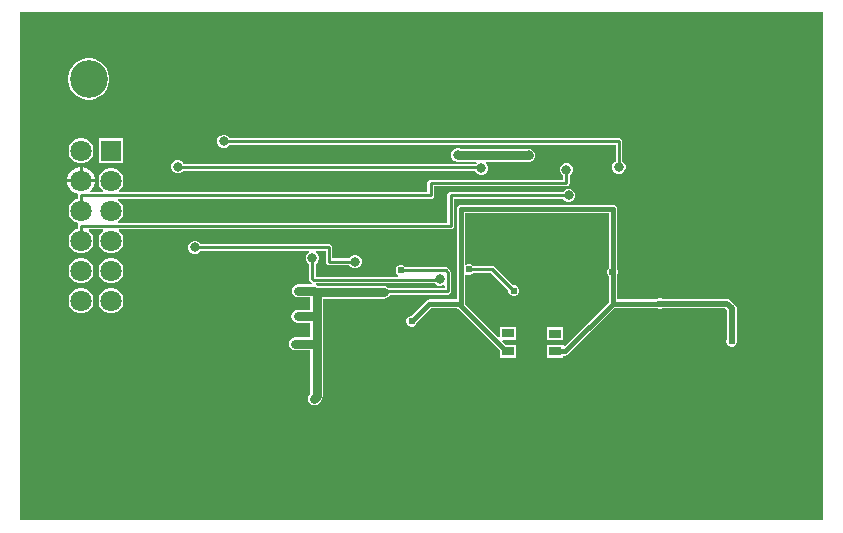
<source format=gbl>
G04*
G04 #@! TF.GenerationSoftware,Altium Limited,Altium Designer,24.5.2 (23)*
G04*
G04 Layer_Physical_Order=2*
G04 Layer_Color=16711680*
%FSLAX25Y25*%
%MOIN*%
G70*
G04*
G04 #@! TF.SameCoordinates,D8E2250F-7F27-460B-B064-3203462A9BAC*
G04*
G04*
G04 #@! TF.FilePolarity,Positive*
G04*
G01*
G75*
%ADD12C,0.01000*%
%ADD14C,0.02000*%
%ADD25R,0.04331X0.03150*%
%ADD27R,0.07000X0.16000*%
%ADD44C,0.03200*%
%ADD48C,0.01500*%
%ADD49C,0.03000*%
%ADD51C,0.12598*%
%ADD52R,0.07087X0.07087*%
%ADD53C,0.07087*%
%ADD54C,0.02400*%
%ADD55C,0.02402*%
G36*
X271654Y3937D02*
X3937D01*
Y173228D01*
X271654D01*
Y3937D01*
D02*
G37*
%LPC*%
G36*
X27451Y157884D02*
X26092D01*
X24759Y157618D01*
X23504Y157098D01*
X22374Y156343D01*
X21413Y155382D01*
X20658Y154252D01*
X20138Y152997D01*
X19872Y151664D01*
Y150305D01*
X20138Y148972D01*
X20658Y147716D01*
X21413Y146586D01*
X22374Y145625D01*
X23504Y144870D01*
X24759Y144350D01*
X26092Y144085D01*
X27451D01*
X28784Y144350D01*
X30040Y144870D01*
X31170Y145625D01*
X32131Y146586D01*
X32886Y147716D01*
X33406Y148972D01*
X33671Y150305D01*
Y151664D01*
X33406Y152997D01*
X32886Y154252D01*
X32131Y155382D01*
X31170Y156343D01*
X30040Y157098D01*
X28784Y157618D01*
X27451Y157884D01*
D02*
G37*
G36*
X38395Y131269D02*
X30109D01*
Y122983D01*
X38395D01*
Y131269D01*
D02*
G37*
G36*
X24798D02*
X23707D01*
X22653Y130987D01*
X21708Y130441D01*
X20936Y129670D01*
X20391Y128725D01*
X20109Y127672D01*
Y126581D01*
X20391Y125527D01*
X20936Y124582D01*
X21708Y123811D01*
X22653Y123265D01*
X23707Y122983D01*
X24798D01*
X25851Y123265D01*
X26796Y123811D01*
X27567Y124582D01*
X28113Y125527D01*
X28395Y126581D01*
Y127672D01*
X28113Y128725D01*
X27567Y129670D01*
X26796Y130441D01*
X25851Y130987D01*
X24798Y131269D01*
D02*
G37*
G36*
X150321Y127924D02*
X149446D01*
X148637Y127589D01*
X148019Y126970D01*
X147684Y126162D01*
Y125286D01*
X148019Y124478D01*
X148637Y123859D01*
X149096Y123669D01*
X149181Y123612D01*
X149281Y123592D01*
X149446Y123524D01*
X149625D01*
X150000Y123449D01*
X155900D01*
X156110Y122975D01*
X155875Y122677D01*
X58535D01*
X58361Y123097D01*
X57742Y123715D01*
X56934Y124050D01*
X56059D01*
X55250Y123715D01*
X54631Y123097D01*
X54296Y122288D01*
Y121413D01*
X54631Y120604D01*
X55250Y119985D01*
X56059Y119650D01*
X56934D01*
X57742Y119985D01*
X58191Y120434D01*
X155638D01*
X155812Y120014D01*
X156431Y119395D01*
X157240Y119060D01*
X158115D01*
X158923Y119395D01*
X159542Y120014D01*
X159877Y120822D01*
Y121697D01*
X159542Y122506D01*
X159099Y122949D01*
X159306Y123449D01*
X172845D01*
X172988Y123391D01*
X173863D01*
X174671Y123725D01*
X175290Y124344D01*
X175625Y125153D01*
Y126028D01*
X175290Y126837D01*
X174671Y127456D01*
X173863Y127791D01*
X172988D01*
X172845Y127732D01*
X150786D01*
X150321Y127924D01*
D02*
G37*
G36*
X72288Y132515D02*
X71413D01*
X70604Y132180D01*
X69985Y131561D01*
X69650Y130753D01*
Y129877D01*
X69985Y129069D01*
X70604Y128450D01*
X71413Y128115D01*
X72288D01*
X73097Y128450D01*
X73716Y129069D01*
X73767Y129193D01*
X202422D01*
Y123570D01*
X202297Y123519D01*
X201678Y122900D01*
X201343Y122091D01*
Y121216D01*
X201678Y120407D01*
X202297Y119789D01*
X203106Y119454D01*
X203981D01*
X204789Y119789D01*
X205408Y120407D01*
X205743Y121216D01*
Y122091D01*
X205408Y122900D01*
X204789Y123519D01*
X204665Y123570D01*
Y130315D01*
X204579Y130744D01*
X204336Y131108D01*
X203973Y131351D01*
X203543Y131437D01*
X73767D01*
X73716Y131561D01*
X73097Y132180D01*
X72288Y132515D01*
D02*
G37*
G36*
X24850Y121669D02*
X24752D01*
Y117626D01*
X28795D01*
Y117724D01*
X28486Y118880D01*
X27887Y119916D01*
X27042Y120762D01*
X26006Y121360D01*
X24850Y121669D01*
D02*
G37*
G36*
X23752D02*
X23654D01*
X22498Y121360D01*
X21462Y120762D01*
X20616Y119916D01*
X20018Y118880D01*
X19709Y117724D01*
Y117626D01*
X23752D01*
Y121669D01*
D02*
G37*
G36*
X186461Y123066D02*
X185586D01*
X184777Y122731D01*
X184159Y122112D01*
X183824Y121304D01*
Y120429D01*
X184159Y119620D01*
X184777Y119001D01*
X184902Y118949D01*
Y117460D01*
X140748D01*
X140319Y117375D01*
X139955Y117132D01*
X139712Y116768D01*
X139627Y116339D01*
Y113326D01*
X36923D01*
X36816Y113725D01*
X36812Y113826D01*
X37567Y114582D01*
X38113Y115527D01*
X38395Y116580D01*
Y117672D01*
X38113Y118725D01*
X37567Y119670D01*
X36796Y120441D01*
X35851Y120987D01*
X34797Y121269D01*
X33707D01*
X32653Y120987D01*
X31708Y120441D01*
X30937Y119670D01*
X30391Y118725D01*
X30109Y117672D01*
Y116580D01*
X30391Y115527D01*
X30937Y114582D01*
X31692Y113826D01*
X31688Y113725D01*
X31581Y113326D01*
X27585D01*
X27377Y113826D01*
X27887Y114336D01*
X28486Y115372D01*
X28795Y116528D01*
Y116626D01*
X19709D01*
Y116528D01*
X20018Y115372D01*
X20616Y114336D01*
X21462Y113490D01*
X22498Y112892D01*
X23188Y112707D01*
X23216Y112634D01*
X23130Y112205D01*
Y111115D01*
X22653Y110987D01*
X21708Y110442D01*
X20936Y109670D01*
X20391Y108725D01*
X20109Y107671D01*
Y106580D01*
X20391Y105527D01*
X20936Y104582D01*
X21708Y103811D01*
X22653Y103265D01*
X23137Y103135D01*
X23152Y103120D01*
X23315Y102570D01*
X23216Y102421D01*
X23130Y101992D01*
Y101115D01*
X22653Y100987D01*
X21708Y100441D01*
X20936Y99670D01*
X20391Y98725D01*
X20109Y97672D01*
Y96580D01*
X20391Y95527D01*
X20936Y94582D01*
X21708Y93810D01*
X22653Y93265D01*
X23707Y92983D01*
X24798D01*
X25851Y93265D01*
X26796Y93810D01*
X27567Y94582D01*
X28113Y95527D01*
X28395Y96580D01*
Y97672D01*
X28113Y98725D01*
X27567Y99670D01*
X26867Y100370D01*
X26968Y100870D01*
X31536D01*
X31637Y100370D01*
X30937Y99670D01*
X30391Y98725D01*
X30109Y97672D01*
Y96580D01*
X30391Y95527D01*
X30937Y94582D01*
X31708Y93810D01*
X32653Y93265D01*
X33707Y92983D01*
X34797D01*
X35851Y93265D01*
X36796Y93810D01*
X37567Y94582D01*
X38113Y95527D01*
X38395Y96580D01*
Y97672D01*
X38113Y98725D01*
X37567Y99670D01*
X36867Y100370D01*
X36968Y100870D01*
X147441D01*
X147870Y100955D01*
X148234Y101199D01*
X148477Y101562D01*
X148563Y101992D01*
Y111083D01*
X184894D01*
X184946Y110959D01*
X185565Y110340D01*
X186373Y110005D01*
X187249D01*
X188057Y110340D01*
X188676Y110959D01*
X189011Y111767D01*
Y112642D01*
X188676Y113451D01*
X188057Y114070D01*
X187249Y114405D01*
X186373D01*
X185565Y114070D01*
X184946Y113451D01*
X184894Y113326D01*
X147441D01*
X147012Y113241D01*
X146648Y112998D01*
X146405Y112634D01*
X146319Y112205D01*
Y103113D01*
X36588D01*
X36454Y103613D01*
X36796Y103811D01*
X37567Y104582D01*
X38113Y105527D01*
X38395Y106580D01*
Y107671D01*
X38113Y108725D01*
X37567Y109670D01*
X36796Y110442D01*
X36551Y110583D01*
X36685Y111083D01*
X140748D01*
X141177Y111169D01*
X141541Y111412D01*
X141784Y111776D01*
X141870Y112205D01*
Y115217D01*
X186024D01*
X186453Y115302D01*
X186817Y115545D01*
X187060Y115909D01*
X187145Y116339D01*
Y118949D01*
X187270Y119001D01*
X187889Y119620D01*
X188224Y120429D01*
Y121304D01*
X187889Y122112D01*
X187270Y122731D01*
X186461Y123066D01*
D02*
G37*
G36*
X62642Y97082D02*
X61767D01*
X60958Y96747D01*
X60340Y96128D01*
X60005Y95319D01*
Y94444D01*
X60340Y93636D01*
X60958Y93017D01*
X61767Y92682D01*
X62642D01*
X63451Y93017D01*
X64070Y93636D01*
X64121Y93760D01*
X100169D01*
X100269Y93260D01*
X100132Y93204D01*
X99513Y92585D01*
X99178Y91776D01*
Y90901D01*
X99513Y90092D01*
X100132Y89473D01*
X100256Y89422D01*
Y84524D01*
X100256Y84524D01*
X100342Y84095D01*
X100585Y83731D01*
X101054Y83262D01*
X101054Y83262D01*
X101217Y83153D01*
X101065Y82653D01*
X96653D01*
X95834Y82490D01*
X95139Y82026D01*
X94675Y81331D01*
X94512Y80512D01*
X94675Y79692D01*
X95139Y78998D01*
X95834Y78534D01*
X96653Y78371D01*
X100615D01*
Y74046D01*
X96457D01*
X95637Y73883D01*
X94943Y73418D01*
X94478Y72724D01*
X94315Y71904D01*
X94478Y71085D01*
X94943Y70390D01*
X95637Y69926D01*
X96457Y69763D01*
X100615D01*
Y64936D01*
X95669D01*
X94850Y64773D01*
X94155Y64309D01*
X93691Y63615D01*
X93528Y62795D01*
X93691Y61976D01*
X94155Y61281D01*
X94850Y60817D01*
X95669Y60654D01*
X100615D01*
Y46163D01*
X100454Y46002D01*
X99990Y45308D01*
X99827Y44488D01*
X99990Y43669D01*
X100454Y42974D01*
X101149Y42510D01*
X101969Y42347D01*
X102788Y42510D01*
X103482Y42974D01*
X104270Y43762D01*
X104734Y44456D01*
X104897Y45276D01*
Y62598D01*
Y71850D01*
Y77780D01*
X125197D01*
X126016Y77943D01*
X126711Y78407D01*
X127175Y79102D01*
X127193Y79193D01*
X146457D01*
X146457Y79193D01*
X146886Y79279D01*
X147250Y79522D01*
X147391Y79663D01*
X147391Y79663D01*
X147634Y80027D01*
X147719Y80456D01*
Y86398D01*
X147634Y86827D01*
X147391Y87191D01*
X147391Y87191D01*
X146584Y87998D01*
X146220Y88241D01*
X145791Y88326D01*
X145791Y88326D01*
X132329D01*
X131925Y88731D01*
X131264Y89005D01*
X130547D01*
X129886Y88731D01*
X129379Y88224D01*
X129105Y87563D01*
Y86847D01*
X129379Y86185D01*
X129886Y85679D01*
X129891Y85677D01*
X129791Y85177D01*
X102499D01*
Y89422D01*
X102624Y89473D01*
X103243Y90092D01*
X103578Y90901D01*
Y91776D01*
X103243Y92585D01*
X102624Y93204D01*
X102487Y93260D01*
X102587Y93760D01*
X105768D01*
Y90158D01*
X105854Y89728D01*
X106097Y89364D01*
X106461Y89121D01*
X106890Y89036D01*
X113635D01*
X113686Y88911D01*
X114305Y88292D01*
X115114Y87958D01*
X115989D01*
X116797Y88292D01*
X117416Y88911D01*
X117751Y89720D01*
Y90595D01*
X117416Y91404D01*
X116797Y92023D01*
X115989Y92357D01*
X115114D01*
X114305Y92023D01*
X113686Y91404D01*
X113635Y91279D01*
X108011D01*
Y94882D01*
X107926Y95311D01*
X107683Y95675D01*
X107319Y95918D01*
X106890Y96003D01*
X64121D01*
X64070Y96128D01*
X63451Y96747D01*
X62642Y97082D01*
D02*
G37*
G36*
X34797Y91269D02*
X33707D01*
X32653Y90987D01*
X31708Y90441D01*
X30937Y89670D01*
X30391Y88725D01*
X30109Y87672D01*
Y86580D01*
X30391Y85527D01*
X30937Y84582D01*
X31708Y83811D01*
X32653Y83265D01*
X33707Y82983D01*
X34797D01*
X35851Y83265D01*
X36796Y83811D01*
X37567Y84582D01*
X38113Y85527D01*
X38395Y86580D01*
Y87672D01*
X38113Y88725D01*
X37567Y89670D01*
X36796Y90441D01*
X35851Y90987D01*
X34797Y91269D01*
D02*
G37*
G36*
X24798D02*
X23707D01*
X22653Y90987D01*
X21708Y90441D01*
X20936Y89670D01*
X20391Y88725D01*
X20109Y87672D01*
Y86580D01*
X20391Y85527D01*
X20936Y84582D01*
X21708Y83811D01*
X22653Y83265D01*
X23707Y82983D01*
X24798D01*
X25851Y83265D01*
X26796Y83811D01*
X27567Y84582D01*
X28113Y85527D01*
X28395Y86580D01*
Y87672D01*
X28113Y88725D01*
X27567Y89670D01*
X26796Y90441D01*
X25851Y90987D01*
X24798Y91269D01*
D02*
G37*
G36*
X34797Y81269D02*
X33707D01*
X32653Y80987D01*
X31708Y80441D01*
X30937Y79670D01*
X30391Y78725D01*
X30109Y77671D01*
Y76581D01*
X30391Y75527D01*
X30937Y74582D01*
X31708Y73810D01*
X32653Y73265D01*
X33707Y72983D01*
X34797D01*
X35851Y73265D01*
X36796Y73810D01*
X37567Y74582D01*
X38113Y75527D01*
X38395Y76581D01*
Y77671D01*
X38113Y78725D01*
X37567Y79670D01*
X36796Y80441D01*
X35851Y80987D01*
X34797Y81269D01*
D02*
G37*
G36*
X24798D02*
X23707D01*
X22653Y80987D01*
X21708Y80441D01*
X20936Y79670D01*
X20391Y78725D01*
X20109Y77671D01*
Y76581D01*
X20391Y75527D01*
X20936Y74582D01*
X21708Y73810D01*
X22653Y73265D01*
X23707Y72983D01*
X24798D01*
X25851Y73265D01*
X26796Y73810D01*
X27567Y74582D01*
X28113Y75527D01*
X28395Y76581D01*
Y77671D01*
X28113Y78725D01*
X27567Y79670D01*
X26796Y80441D01*
X25851Y80987D01*
X24798Y81269D01*
D02*
G37*
G36*
X185049Y68317D02*
X179518D01*
Y63967D01*
X185049D01*
Y68317D01*
D02*
G37*
G36*
X201575Y109054D02*
X150787D01*
X150261Y108949D01*
X149814Y108651D01*
X149516Y108204D01*
X149411Y107677D01*
Y77558D01*
X140354D01*
X139828Y77453D01*
X139381Y77154D01*
X134302Y72076D01*
X134091D01*
X133429Y71802D01*
X132923Y71295D01*
X132649Y70634D01*
Y69918D01*
X132923Y69256D01*
X133429Y68750D01*
X134091Y68476D01*
X134807D01*
X135468Y68750D01*
X135975Y69256D01*
X136249Y69918D01*
Y70129D01*
X140925Y74805D01*
X149626D01*
X149814Y74523D01*
X163766Y60571D01*
Y58168D01*
X169297D01*
Y62517D01*
X165713D01*
X164619Y63611D01*
X164810Y64073D01*
X169297D01*
Y68423D01*
X163766D01*
Y65117D01*
X163304Y64926D01*
X152164Y76066D01*
Y85779D01*
X152664Y86014D01*
X153185Y85798D01*
X153901D01*
X154563Y86072D01*
X154967Y86477D01*
X160922D01*
X166704Y80695D01*
Y80124D01*
X166978Y79462D01*
X167484Y78956D01*
X168146Y78681D01*
X168862D01*
X169524Y78956D01*
X170030Y79462D01*
X170304Y80124D01*
Y80840D01*
X170030Y81501D01*
X169524Y82007D01*
X168862Y82282D01*
X168290D01*
X162180Y88392D01*
X161816Y88635D01*
X161387Y88720D01*
X161387Y88720D01*
X154967D01*
X154563Y89124D01*
X153901Y89398D01*
X153185D01*
X152664Y89182D01*
X152164Y89418D01*
Y106301D01*
X200198D01*
Y88172D01*
X199852Y87826D01*
X199578Y87164D01*
Y86448D01*
X199852Y85786D01*
X200198Y85440D01*
Y76751D01*
X185549Y62102D01*
X185049Y62309D01*
Y62411D01*
X179518D01*
Y58061D01*
X185049D01*
Y58860D01*
X185630D01*
X186157Y58965D01*
X186603Y59263D01*
X202145Y74805D01*
X216154D01*
X216303Y74655D01*
X216965Y74381D01*
X217681D01*
X218088Y74550D01*
X238891D01*
X239510Y73931D01*
Y64348D01*
X239342Y63941D01*
Y63225D01*
X239616Y62563D01*
X240122Y62057D01*
X240784Y61783D01*
X241500D01*
X242161Y62057D01*
X242668Y62563D01*
X242942Y63225D01*
Y63941D01*
X242773Y64348D01*
Y74606D01*
X242649Y75231D01*
X242295Y75760D01*
X240721Y77335D01*
X240191Y77688D01*
X239567Y77812D01*
X218088D01*
X217681Y77981D01*
X216965D01*
X216303Y77707D01*
X216154Y77558D01*
X202951D01*
Y85901D01*
X203178Y86448D01*
Y87164D01*
X202951Y87712D01*
Y107677D01*
X202847Y108204D01*
X202548Y108651D01*
X202101Y108949D01*
X201575Y109054D01*
D02*
G37*
%LPD*%
G36*
X142651Y82387D02*
X143460Y82052D01*
X144335D01*
X144976Y82317D01*
X145476Y82066D01*
Y81437D01*
X126709D01*
X126016Y81899D01*
X125197Y82062D01*
X103161D01*
X102605Y82434D01*
X102647Y82823D01*
X102688Y82934D01*
X142105D01*
X142651Y82387D01*
D02*
G37*
D12*
X153543Y87598D02*
X161387D01*
X168504Y80481D01*
X125197Y79921D02*
X125591Y80315D01*
X146598Y80456D02*
Y86398D01*
X125591Y80315D02*
X146457D01*
X146598Y80456D01*
X101847Y84055D02*
X143701D01*
X145791Y87205D02*
X146598Y86398D01*
X101378Y84524D02*
Y91339D01*
Y84524D02*
X101847Y84055D01*
X130905Y87205D02*
X145791D01*
X106890Y90158D02*
Y94882D01*
Y90158D02*
X115551D01*
X62205Y94882D02*
Y95079D01*
Y94882D02*
X106890D01*
X71850Y130315D02*
X203543D01*
Y121653D02*
Y130315D01*
X186024Y116339D02*
Y120866D01*
X140748Y116339D02*
X186024D01*
X140748Y112205D02*
Y116339D01*
X24252Y112205D02*
X140748D01*
X147441D02*
X186811D01*
X147441Y101992D02*
Y112205D01*
X186811D02*
Y112283D01*
X24252Y107126D02*
Y112205D01*
Y101992D02*
X147441D01*
X24252Y97126D02*
Y101992D01*
X56496Y121850D02*
X56791Y121555D01*
X157382D01*
X157677Y121260D01*
D14*
X241142Y63583D02*
Y74606D01*
X239567Y76181D02*
X241142Y74606D01*
X217323Y76181D02*
X239567D01*
D25*
X166532Y60343D02*
D03*
Y66248D02*
D03*
X182283Y66142D02*
D03*
Y60236D02*
D03*
D27*
X208032Y12795D02*
D03*
X188031D02*
D03*
X140787Y12598D02*
D03*
X160787D02*
D03*
D44*
X143898Y84252D02*
D03*
X115551Y90158D02*
D03*
X71850Y130315D02*
D03*
X203543Y121653D02*
D03*
X186024Y120866D02*
D03*
X56496Y121850D02*
D03*
X157677Y121260D02*
D03*
X186811Y112205D02*
D03*
X101378Y91339D02*
D03*
X149884Y125724D02*
D03*
X173425Y125591D02*
D03*
X62205Y94882D02*
D03*
D48*
X185630Y60236D02*
X201575Y76181D01*
X182283Y60236D02*
X185630D01*
X201575Y76181D02*
X217323D01*
X201575D02*
Y86806D01*
Y107677D01*
X165941Y60343D02*
X166532D01*
X150787Y75496D02*
X165941Y60343D01*
X150787Y75496D02*
Y76181D01*
X140354D02*
X150787D01*
Y107677D01*
X201575D01*
X134449Y70276D02*
X140354Y76181D01*
D49*
X102756Y45276D02*
Y62598D01*
X101969Y44488D02*
X102756Y45276D01*
X102292Y79921D02*
X102756Y79457D01*
X102292Y79921D02*
X125197D01*
X101701Y80512D02*
X102292Y79921D01*
X102756Y71850D02*
Y79457D01*
X96653Y80512D02*
X101701D01*
X102756Y62598D02*
Y71850D01*
X95669Y62795D02*
X102559D01*
X102756Y62598D01*
X102702Y71904D02*
X102756Y71850D01*
X96457Y71904D02*
X102702D01*
X150000Y125591D02*
X173425D01*
D51*
X250787Y157677D02*
D03*
X26772Y150984D02*
D03*
X20866Y20079D02*
D03*
X251772Y20472D02*
D03*
D52*
X34252Y127126D02*
D03*
D53*
Y87126D02*
D03*
Y97126D02*
D03*
Y107126D02*
D03*
Y117126D02*
D03*
X24252Y87126D02*
D03*
Y97126D02*
D03*
Y107126D02*
D03*
Y117126D02*
D03*
Y127126D02*
D03*
X34252Y77126D02*
D03*
X24252D02*
D03*
D54*
X157984Y80512D02*
D03*
X162992Y81102D02*
D03*
X153543Y78347D02*
D03*
Y87598D02*
D03*
X168504Y80481D02*
D03*
X168307Y74410D02*
D03*
X261221Y43307D02*
D03*
Y52559D02*
D03*
Y63583D02*
D03*
X219882Y33661D02*
D03*
Y43701D02*
D03*
Y53543D02*
D03*
X167409Y93555D02*
D03*
X172409D02*
D03*
X167409Y89055D02*
D03*
X172409D02*
D03*
X177409D02*
D03*
Y98055D02*
D03*
X172409D02*
D03*
X177409Y93555D02*
D03*
X167409Y98055D02*
D03*
X174409Y9055D02*
D03*
Y14055D02*
D03*
Y19055D02*
D03*
Y24055D02*
D03*
Y29055D02*
D03*
Y34055D02*
D03*
Y39055D02*
D03*
Y44055D02*
D03*
Y49055D02*
D03*
Y54055D02*
D03*
Y59055D02*
D03*
Y64055D02*
D03*
Y69055D02*
D03*
X184031Y149295D02*
D03*
Y158795D02*
D03*
X44032Y15295D02*
D03*
X106032Y25295D02*
D03*
X73032Y62795D02*
D03*
Y71795D02*
D03*
Y80295D02*
D03*
Y90795D02*
D03*
X75532Y127295D02*
D03*
X228031Y94295D02*
D03*
Y105295D02*
D03*
Y114795D02*
D03*
Y125295D02*
D03*
Y134295D02*
D03*
Y143795D02*
D03*
X193032Y71795D02*
D03*
X189032Y74295D02*
D03*
X184031D02*
D03*
X179032Y74795D02*
D03*
X183031Y80795D02*
D03*
X188031D02*
D03*
X193032Y79795D02*
D03*
X197031Y77295D02*
D03*
X194532Y62795D02*
D03*
X154484Y67598D02*
D03*
X166535Y66142D02*
D03*
X204031Y12795D02*
D03*
Y17795D02*
D03*
Y22795D02*
D03*
X202031Y27795D02*
D03*
X201532Y32795D02*
D03*
X203031Y47795D02*
D03*
X201532Y37795D02*
D03*
X203031Y52795D02*
D03*
X201532Y57795D02*
D03*
X204031Y7795D02*
D03*
X202031Y42795D02*
D03*
X201532Y62795D02*
D03*
X194032Y42795D02*
D03*
X192032Y7795D02*
D03*
X194532Y57795D02*
D03*
X193032Y52795D02*
D03*
X194532Y37795D02*
D03*
X192835Y47795D02*
D03*
X194532Y32795D02*
D03*
X194032Y27795D02*
D03*
X192032Y22795D02*
D03*
Y17795D02*
D03*
Y12795D02*
D03*
X162795Y74016D02*
D03*
X158071Y73032D02*
D03*
X156984Y12598D02*
D03*
Y17598D02*
D03*
Y22598D02*
D03*
X154984Y27598D02*
D03*
X154784Y32598D02*
D03*
X155984Y47598D02*
D03*
X154784Y37598D02*
D03*
X155984Y52598D02*
D03*
X154484Y57598D02*
D03*
X156984Y7598D02*
D03*
X154984Y42598D02*
D03*
X154484Y62598D02*
D03*
X147484D02*
D03*
X146787Y42598D02*
D03*
X165484Y6098D02*
D03*
X144984Y7598D02*
D03*
X147484Y57598D02*
D03*
X145984Y52598D02*
D03*
X147184Y37598D02*
D03*
X145984Y47598D02*
D03*
X147184Y32598D02*
D03*
X146984Y27598D02*
D03*
X144984Y22598D02*
D03*
Y17598D02*
D03*
Y12598D02*
D03*
X265905Y10905D02*
D03*
Y15905D02*
D03*
Y20906D02*
D03*
Y25905D02*
D03*
Y30906D02*
D03*
Y35906D02*
D03*
Y40905D02*
D03*
Y45906D02*
D03*
Y50906D02*
D03*
Y55905D02*
D03*
Y60905D02*
D03*
Y65905D02*
D03*
Y70906D02*
D03*
Y75906D02*
D03*
Y80905D02*
D03*
Y85905D02*
D03*
Y90905D02*
D03*
Y95906D02*
D03*
Y105905D02*
D03*
Y100906D02*
D03*
Y110906D02*
D03*
Y115905D02*
D03*
Y120905D02*
D03*
Y125906D02*
D03*
Y130905D02*
D03*
Y135906D02*
D03*
Y140905D02*
D03*
Y145905D02*
D03*
Y150906D02*
D03*
Y155905D02*
D03*
Y160906D02*
D03*
Y165905D02*
D03*
X210906Y5906D02*
D03*
X180905D02*
D03*
X185906D02*
D03*
X160906D02*
D03*
X140905D02*
D03*
X135906D02*
D03*
X265905Y170905D02*
D03*
X260906D02*
D03*
X255906D02*
D03*
X250905D02*
D03*
X245905D02*
D03*
X240905D02*
D03*
X235906D02*
D03*
X230906D02*
D03*
X225905D02*
D03*
X220905D02*
D03*
X215905D02*
D03*
X210906D02*
D03*
X205906D02*
D03*
X200905D02*
D03*
X190905D02*
D03*
X195905D02*
D03*
X185906D02*
D03*
X180905D02*
D03*
X170905D02*
D03*
X175906D02*
D03*
X165905D02*
D03*
X160906D02*
D03*
X155905D02*
D03*
X145905D02*
D03*
X150906D02*
D03*
X140905D02*
D03*
X135906D02*
D03*
X130905D02*
D03*
X125906D02*
D03*
X115905D02*
D03*
X120905D02*
D03*
X110906D02*
D03*
X105905D02*
D03*
X100906D02*
D03*
X95906D02*
D03*
X90905D02*
D03*
X85905D02*
D03*
X80905D02*
D03*
X75906D02*
D03*
X70906D02*
D03*
X65905D02*
D03*
X60905D02*
D03*
X55905D02*
D03*
X50906D02*
D03*
X40905D02*
D03*
X45906D02*
D03*
X35906D02*
D03*
X30906D02*
D03*
X25905D02*
D03*
X20906D02*
D03*
X15905D02*
D03*
X10905D02*
D03*
X5906D02*
D03*
Y165905D02*
D03*
Y160906D02*
D03*
Y155905D02*
D03*
Y150906D02*
D03*
Y145905D02*
D03*
Y140905D02*
D03*
Y135906D02*
D03*
Y130905D02*
D03*
Y125906D02*
D03*
Y120905D02*
D03*
Y115905D02*
D03*
Y110906D02*
D03*
Y105905D02*
D03*
Y100906D02*
D03*
Y95906D02*
D03*
Y90905D02*
D03*
Y85905D02*
D03*
Y80905D02*
D03*
Y75906D02*
D03*
Y70906D02*
D03*
Y65905D02*
D03*
Y60905D02*
D03*
Y55905D02*
D03*
Y50906D02*
D03*
Y45906D02*
D03*
Y40905D02*
D03*
Y35906D02*
D03*
Y30906D02*
D03*
Y25905D02*
D03*
Y20906D02*
D03*
Y15905D02*
D03*
Y10905D02*
D03*
X265905Y5906D02*
D03*
X260906D02*
D03*
X255906D02*
D03*
X250905D02*
D03*
X245905D02*
D03*
X240905D02*
D03*
X235906D02*
D03*
X230906D02*
D03*
X225905D02*
D03*
X220905D02*
D03*
X215905D02*
D03*
X175906D02*
D03*
X170905D02*
D03*
X130905D02*
D03*
X125906D02*
D03*
X120905D02*
D03*
X115905D02*
D03*
X110906D02*
D03*
X105905D02*
D03*
X100906D02*
D03*
X95906D02*
D03*
X90905D02*
D03*
X85905D02*
D03*
X80905D02*
D03*
X75906D02*
D03*
X70906D02*
D03*
X65905D02*
D03*
X60905D02*
D03*
X55905D02*
D03*
X45906D02*
D03*
X50906D02*
D03*
X40905D02*
D03*
X35906D02*
D03*
X30906D02*
D03*
X25905D02*
D03*
X20906D02*
D03*
X15905D02*
D03*
X10905D02*
D03*
X5906D02*
D03*
X134449Y70276D02*
D03*
X241142Y63583D02*
D03*
X201378Y86806D02*
D03*
X101969Y44488D02*
D03*
X95669Y62795D02*
D03*
X96457Y71904D02*
D03*
X96653Y80512D02*
D03*
X130905Y87205D02*
D03*
X127032Y141795D02*
D03*
X126532Y157295D02*
D03*
X217323Y76181D02*
D03*
X182283Y66142D02*
D03*
D55*
X219882Y63386D02*
D03*
M02*

</source>
